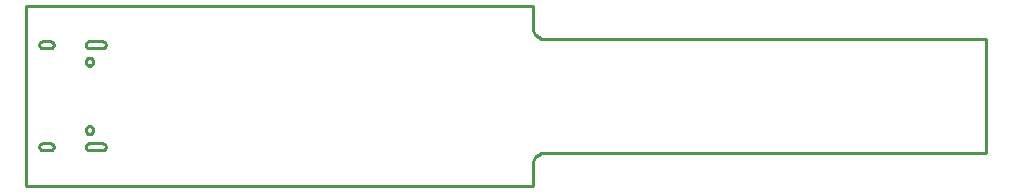
<source format=gbr>
G04 EAGLE Gerber RS-274X export*
G75*
%MOMM*%
%FSLAX34Y34*%
%LPD*%
%INGKO*%
%IPPOS*%
%AMOC8*
5,1,8,0,0,1.08239X$1,22.5*%
G01*
%ADD10C,0.254000*%


D10*
X7620Y-76200D02*
X436880Y-76200D01*
X436880Y-58420D01*
X436919Y-57535D01*
X437034Y-56656D01*
X437226Y-55790D01*
X437493Y-54945D01*
X437832Y-54126D01*
X438241Y-53340D01*
X438717Y-52592D01*
X439257Y-51889D01*
X439856Y-51236D01*
X440509Y-50637D01*
X441212Y-50097D01*
X441960Y-49621D01*
X442746Y-49212D01*
X443565Y-48873D01*
X444410Y-48606D01*
X445276Y-48414D01*
X446155Y-48299D01*
X447040Y-48260D01*
X820420Y-48260D01*
X820420Y48260D01*
X447040Y48260D01*
X446155Y48299D01*
X445276Y48414D01*
X444410Y48606D01*
X443565Y48873D01*
X442746Y49212D01*
X441960Y49621D01*
X441212Y50097D01*
X440509Y50637D01*
X439856Y51236D01*
X439257Y51889D01*
X438717Y52592D01*
X438241Y53340D01*
X437832Y54126D01*
X437493Y54945D01*
X437226Y55790D01*
X437034Y56656D01*
X436919Y57535D01*
X436880Y58420D01*
X436880Y76200D01*
X7620Y76200D01*
X7620Y-76200D01*
X61550Y-46200D02*
X72550Y-46200D01*
X72811Y-46189D01*
X73071Y-46154D01*
X73326Y-46098D01*
X73576Y-46019D01*
X73818Y-45919D01*
X74050Y-45798D01*
X74271Y-45657D01*
X74478Y-45498D01*
X74671Y-45321D01*
X74848Y-45128D01*
X75007Y-44921D01*
X75148Y-44700D01*
X75269Y-44468D01*
X75369Y-44226D01*
X75448Y-43976D01*
X75504Y-43721D01*
X75539Y-43461D01*
X75550Y-43200D01*
X75539Y-42939D01*
X75504Y-42679D01*
X75448Y-42424D01*
X75369Y-42174D01*
X75269Y-41932D01*
X75148Y-41700D01*
X75007Y-41479D01*
X74848Y-41272D01*
X74671Y-41079D01*
X74478Y-40902D01*
X74271Y-40743D01*
X74050Y-40602D01*
X73818Y-40481D01*
X73576Y-40381D01*
X73326Y-40302D01*
X73071Y-40246D01*
X72811Y-40211D01*
X72550Y-40200D01*
X61550Y-40200D01*
X61289Y-40211D01*
X61029Y-40246D01*
X60774Y-40302D01*
X60524Y-40381D01*
X60282Y-40481D01*
X60050Y-40602D01*
X59829Y-40743D01*
X59622Y-40902D01*
X59429Y-41079D01*
X59252Y-41272D01*
X59093Y-41479D01*
X58952Y-41700D01*
X58831Y-41932D01*
X58731Y-42174D01*
X58652Y-42424D01*
X58596Y-42679D01*
X58561Y-42939D01*
X58550Y-43200D01*
X58561Y-43461D01*
X58596Y-43721D01*
X58652Y-43976D01*
X58731Y-44226D01*
X58831Y-44468D01*
X58952Y-44700D01*
X59093Y-44921D01*
X59252Y-45128D01*
X59429Y-45321D01*
X59622Y-45498D01*
X59829Y-45657D01*
X60050Y-45798D01*
X60282Y-45919D01*
X60524Y-46019D01*
X60774Y-46098D01*
X61029Y-46154D01*
X61289Y-46189D01*
X61550Y-46200D01*
X22200Y-46200D02*
X28400Y-46200D01*
X28661Y-46189D01*
X28921Y-46154D01*
X29176Y-46098D01*
X29426Y-46019D01*
X29668Y-45919D01*
X29900Y-45798D01*
X30121Y-45657D01*
X30328Y-45498D01*
X30521Y-45321D01*
X30698Y-45128D01*
X30857Y-44921D01*
X30998Y-44700D01*
X31119Y-44468D01*
X31219Y-44226D01*
X31298Y-43976D01*
X31354Y-43721D01*
X31389Y-43461D01*
X31400Y-43200D01*
X31389Y-42939D01*
X31354Y-42679D01*
X31298Y-42424D01*
X31219Y-42174D01*
X31119Y-41932D01*
X30998Y-41700D01*
X30857Y-41479D01*
X30698Y-41272D01*
X30521Y-41079D01*
X30328Y-40902D01*
X30121Y-40743D01*
X29900Y-40602D01*
X29668Y-40481D01*
X29426Y-40381D01*
X29176Y-40302D01*
X28921Y-40246D01*
X28661Y-40211D01*
X28400Y-40200D01*
X22200Y-40200D01*
X21939Y-40211D01*
X21679Y-40246D01*
X21424Y-40302D01*
X21174Y-40381D01*
X20932Y-40481D01*
X20700Y-40602D01*
X20479Y-40743D01*
X20272Y-40902D01*
X20079Y-41079D01*
X19902Y-41272D01*
X19743Y-41479D01*
X19602Y-41700D01*
X19481Y-41932D01*
X19381Y-42174D01*
X19302Y-42424D01*
X19246Y-42679D01*
X19211Y-42939D01*
X19200Y-43200D01*
X19211Y-43461D01*
X19246Y-43721D01*
X19302Y-43976D01*
X19381Y-44226D01*
X19481Y-44468D01*
X19602Y-44700D01*
X19743Y-44921D01*
X19902Y-45128D01*
X20079Y-45321D01*
X20272Y-45498D01*
X20479Y-45657D01*
X20700Y-45798D01*
X20932Y-45919D01*
X21174Y-46019D01*
X21424Y-46098D01*
X21679Y-46154D01*
X21939Y-46189D01*
X22200Y-46200D01*
X22200Y40200D02*
X28400Y40200D01*
X28661Y40211D01*
X28921Y40246D01*
X29176Y40302D01*
X29426Y40381D01*
X29668Y40481D01*
X29900Y40602D01*
X30121Y40743D01*
X30328Y40902D01*
X30521Y41079D01*
X30698Y41272D01*
X30857Y41479D01*
X30998Y41700D01*
X31119Y41932D01*
X31219Y42174D01*
X31298Y42424D01*
X31354Y42679D01*
X31389Y42939D01*
X31400Y43200D01*
X31389Y43461D01*
X31354Y43721D01*
X31298Y43976D01*
X31219Y44226D01*
X31119Y44468D01*
X30998Y44700D01*
X30857Y44921D01*
X30698Y45128D01*
X30521Y45321D01*
X30328Y45498D01*
X30121Y45657D01*
X29900Y45798D01*
X29668Y45919D01*
X29426Y46019D01*
X29176Y46098D01*
X28921Y46154D01*
X28661Y46189D01*
X28400Y46200D01*
X22200Y46200D01*
X21939Y46189D01*
X21679Y46154D01*
X21424Y46098D01*
X21174Y46019D01*
X20932Y45919D01*
X20700Y45798D01*
X20479Y45657D01*
X20272Y45498D01*
X20079Y45321D01*
X19902Y45128D01*
X19743Y44921D01*
X19602Y44700D01*
X19481Y44468D01*
X19381Y44226D01*
X19302Y43976D01*
X19246Y43721D01*
X19211Y43461D01*
X19200Y43200D01*
X19211Y42939D01*
X19246Y42679D01*
X19302Y42424D01*
X19381Y42174D01*
X19481Y41932D01*
X19602Y41700D01*
X19743Y41479D01*
X19902Y41272D01*
X20079Y41079D01*
X20272Y40902D01*
X20479Y40743D01*
X20700Y40602D01*
X20932Y40481D01*
X21174Y40381D01*
X21424Y40302D01*
X21679Y40246D01*
X21939Y40211D01*
X22200Y40200D01*
X61550Y40200D02*
X72550Y40200D01*
X72811Y40211D01*
X73071Y40246D01*
X73326Y40302D01*
X73576Y40381D01*
X73818Y40481D01*
X74050Y40602D01*
X74271Y40743D01*
X74478Y40902D01*
X74671Y41079D01*
X74848Y41272D01*
X75007Y41479D01*
X75148Y41700D01*
X75269Y41932D01*
X75369Y42174D01*
X75448Y42424D01*
X75504Y42679D01*
X75539Y42939D01*
X75550Y43200D01*
X75539Y43461D01*
X75504Y43721D01*
X75448Y43976D01*
X75369Y44226D01*
X75269Y44468D01*
X75148Y44700D01*
X75007Y44921D01*
X74848Y45128D01*
X74671Y45321D01*
X74478Y45498D01*
X74271Y45657D01*
X74050Y45798D01*
X73818Y45919D01*
X73576Y46019D01*
X73326Y46098D01*
X73071Y46154D01*
X72811Y46189D01*
X72550Y46200D01*
X61550Y46200D01*
X61289Y46189D01*
X61029Y46154D01*
X60774Y46098D01*
X60524Y46019D01*
X60282Y45919D01*
X60050Y45798D01*
X59829Y45657D01*
X59622Y45498D01*
X59429Y45321D01*
X59252Y45128D01*
X59093Y44921D01*
X58952Y44700D01*
X58831Y44468D01*
X58731Y44226D01*
X58652Y43976D01*
X58596Y43721D01*
X58561Y43461D01*
X58550Y43200D01*
X58561Y42939D01*
X58596Y42679D01*
X58652Y42424D01*
X58731Y42174D01*
X58831Y41932D01*
X58952Y41700D01*
X59093Y41479D01*
X59252Y41272D01*
X59429Y41079D01*
X59622Y40902D01*
X59829Y40743D01*
X60050Y40602D01*
X60282Y40481D01*
X60524Y40381D01*
X60774Y40302D01*
X61029Y40246D01*
X61289Y40211D01*
X61550Y40200D01*
X61550Y-46200D02*
X72550Y-46200D01*
X72811Y-46189D01*
X73071Y-46154D01*
X73326Y-46098D01*
X73576Y-46019D01*
X73818Y-45919D01*
X74050Y-45798D01*
X74271Y-45657D01*
X74478Y-45498D01*
X74671Y-45321D01*
X74848Y-45128D01*
X75007Y-44921D01*
X75148Y-44700D01*
X75269Y-44468D01*
X75369Y-44226D01*
X75448Y-43976D01*
X75504Y-43721D01*
X75539Y-43461D01*
X75550Y-43200D01*
X75539Y-42939D01*
X75504Y-42679D01*
X75448Y-42424D01*
X75369Y-42174D01*
X75269Y-41932D01*
X75148Y-41700D01*
X75007Y-41479D01*
X74848Y-41272D01*
X74671Y-41079D01*
X74478Y-40902D01*
X74271Y-40743D01*
X74050Y-40602D01*
X73818Y-40481D01*
X73576Y-40381D01*
X73326Y-40302D01*
X73071Y-40246D01*
X72811Y-40211D01*
X72550Y-40200D01*
X61550Y-40200D01*
X61289Y-40211D01*
X61029Y-40246D01*
X60774Y-40302D01*
X60524Y-40381D01*
X60282Y-40481D01*
X60050Y-40602D01*
X59829Y-40743D01*
X59622Y-40902D01*
X59429Y-41079D01*
X59252Y-41272D01*
X59093Y-41479D01*
X58952Y-41700D01*
X58831Y-41932D01*
X58731Y-42174D01*
X58652Y-42424D01*
X58596Y-42679D01*
X58561Y-42939D01*
X58550Y-43200D01*
X58561Y-43461D01*
X58596Y-43721D01*
X58652Y-43976D01*
X58731Y-44226D01*
X58831Y-44468D01*
X58952Y-44700D01*
X59093Y-44921D01*
X59252Y-45128D01*
X59429Y-45321D01*
X59622Y-45498D01*
X59829Y-45657D01*
X60050Y-45798D01*
X60282Y-45919D01*
X60524Y-46019D01*
X60774Y-46098D01*
X61029Y-46154D01*
X61289Y-46189D01*
X61550Y-46200D01*
X22200Y-46200D02*
X28400Y-46200D01*
X28661Y-46189D01*
X28921Y-46154D01*
X29176Y-46098D01*
X29426Y-46019D01*
X29668Y-45919D01*
X29900Y-45798D01*
X30121Y-45657D01*
X30328Y-45498D01*
X30521Y-45321D01*
X30698Y-45128D01*
X30857Y-44921D01*
X30998Y-44700D01*
X31119Y-44468D01*
X31219Y-44226D01*
X31298Y-43976D01*
X31354Y-43721D01*
X31389Y-43461D01*
X31400Y-43200D01*
X31389Y-42939D01*
X31354Y-42679D01*
X31298Y-42424D01*
X31219Y-42174D01*
X31119Y-41932D01*
X30998Y-41700D01*
X30857Y-41479D01*
X30698Y-41272D01*
X30521Y-41079D01*
X30328Y-40902D01*
X30121Y-40743D01*
X29900Y-40602D01*
X29668Y-40481D01*
X29426Y-40381D01*
X29176Y-40302D01*
X28921Y-40246D01*
X28661Y-40211D01*
X28400Y-40200D01*
X22200Y-40200D01*
X21939Y-40211D01*
X21679Y-40246D01*
X21424Y-40302D01*
X21174Y-40381D01*
X20932Y-40481D01*
X20700Y-40602D01*
X20479Y-40743D01*
X20272Y-40902D01*
X20079Y-41079D01*
X19902Y-41272D01*
X19743Y-41479D01*
X19602Y-41700D01*
X19481Y-41932D01*
X19381Y-42174D01*
X19302Y-42424D01*
X19246Y-42679D01*
X19211Y-42939D01*
X19200Y-43200D01*
X19211Y-43461D01*
X19246Y-43721D01*
X19302Y-43976D01*
X19381Y-44226D01*
X19481Y-44468D01*
X19602Y-44700D01*
X19743Y-44921D01*
X19902Y-45128D01*
X20079Y-45321D01*
X20272Y-45498D01*
X20479Y-45657D01*
X20700Y-45798D01*
X20932Y-45919D01*
X21174Y-46019D01*
X21424Y-46098D01*
X21679Y-46154D01*
X21939Y-46189D01*
X22200Y-46200D01*
X61550Y40200D02*
X72550Y40200D01*
X72811Y40211D01*
X73071Y40246D01*
X73326Y40302D01*
X73576Y40381D01*
X73818Y40481D01*
X74050Y40602D01*
X74271Y40743D01*
X74478Y40902D01*
X74671Y41079D01*
X74848Y41272D01*
X75007Y41479D01*
X75148Y41700D01*
X75269Y41932D01*
X75369Y42174D01*
X75448Y42424D01*
X75504Y42679D01*
X75539Y42939D01*
X75550Y43200D01*
X75539Y43461D01*
X75504Y43721D01*
X75448Y43976D01*
X75369Y44226D01*
X75269Y44468D01*
X75148Y44700D01*
X75007Y44921D01*
X74848Y45128D01*
X74671Y45321D01*
X74478Y45498D01*
X74271Y45657D01*
X74050Y45798D01*
X73818Y45919D01*
X73576Y46019D01*
X73326Y46098D01*
X73071Y46154D01*
X72811Y46189D01*
X72550Y46200D01*
X61550Y46200D01*
X61289Y46189D01*
X61029Y46154D01*
X60774Y46098D01*
X60524Y46019D01*
X60282Y45919D01*
X60050Y45798D01*
X59829Y45657D01*
X59622Y45498D01*
X59429Y45321D01*
X59252Y45128D01*
X59093Y44921D01*
X58952Y44700D01*
X58831Y44468D01*
X58731Y44226D01*
X58652Y43976D01*
X58596Y43721D01*
X58561Y43461D01*
X58550Y43200D01*
X58561Y42939D01*
X58596Y42679D01*
X58652Y42424D01*
X58731Y42174D01*
X58831Y41932D01*
X58952Y41700D01*
X59093Y41479D01*
X59252Y41272D01*
X59429Y41079D01*
X59622Y40902D01*
X59829Y40743D01*
X60050Y40602D01*
X60282Y40481D01*
X60524Y40381D01*
X60774Y40302D01*
X61029Y40246D01*
X61289Y40211D01*
X61550Y40200D01*
X22200Y40200D02*
X28400Y40200D01*
X28661Y40211D01*
X28921Y40246D01*
X29176Y40302D01*
X29426Y40381D01*
X29668Y40481D01*
X29900Y40602D01*
X30121Y40743D01*
X30328Y40902D01*
X30521Y41079D01*
X30698Y41272D01*
X30857Y41479D01*
X30998Y41700D01*
X31119Y41932D01*
X31219Y42174D01*
X31298Y42424D01*
X31354Y42679D01*
X31389Y42939D01*
X31400Y43200D01*
X31389Y43461D01*
X31354Y43721D01*
X31298Y43976D01*
X31219Y44226D01*
X31119Y44468D01*
X30998Y44700D01*
X30857Y44921D01*
X30698Y45128D01*
X30521Y45321D01*
X30328Y45498D01*
X30121Y45657D01*
X29900Y45798D01*
X29668Y45919D01*
X29426Y46019D01*
X29176Y46098D01*
X28921Y46154D01*
X28661Y46189D01*
X28400Y46200D01*
X22200Y46200D01*
X21939Y46189D01*
X21679Y46154D01*
X21424Y46098D01*
X21174Y46019D01*
X20932Y45919D01*
X20700Y45798D01*
X20479Y45657D01*
X20272Y45498D01*
X20079Y45321D01*
X19902Y45128D01*
X19743Y44921D01*
X19602Y44700D01*
X19481Y44468D01*
X19381Y44226D01*
X19302Y43976D01*
X19246Y43721D01*
X19211Y43461D01*
X19200Y43200D01*
X19211Y42939D01*
X19246Y42679D01*
X19302Y42424D01*
X19381Y42174D01*
X19481Y41932D01*
X19602Y41700D01*
X19743Y41479D01*
X19902Y41272D01*
X20079Y41079D01*
X20272Y40902D01*
X20479Y40743D01*
X20700Y40602D01*
X20932Y40481D01*
X21174Y40381D01*
X21424Y40302D01*
X21679Y40246D01*
X21939Y40211D01*
X22200Y40200D01*
X61537Y25650D02*
X61115Y25706D01*
X60703Y25816D01*
X60309Y25979D01*
X59941Y26192D01*
X59603Y26451D01*
X59301Y26753D01*
X59042Y27091D01*
X58829Y27459D01*
X58666Y27853D01*
X58556Y28265D01*
X58500Y28687D01*
X58500Y29113D01*
X58556Y29535D01*
X58666Y29947D01*
X58829Y30341D01*
X59042Y30709D01*
X59301Y31047D01*
X59603Y31349D01*
X59941Y31608D01*
X60309Y31821D01*
X60703Y31984D01*
X61115Y32094D01*
X61537Y32150D01*
X61963Y32150D01*
X62385Y32094D01*
X62797Y31984D01*
X63191Y31821D01*
X63559Y31608D01*
X63897Y31349D01*
X64199Y31047D01*
X64458Y30709D01*
X64671Y30341D01*
X64834Y29947D01*
X64944Y29535D01*
X65000Y29113D01*
X65000Y28687D01*
X64944Y28265D01*
X64834Y27853D01*
X64671Y27459D01*
X64458Y27091D01*
X64199Y26753D01*
X63897Y26451D01*
X63559Y26192D01*
X63191Y25979D01*
X62797Y25816D01*
X62385Y25706D01*
X61963Y25650D01*
X61537Y25650D01*
X61537Y-32150D02*
X61115Y-32094D01*
X60703Y-31984D01*
X60309Y-31821D01*
X59941Y-31608D01*
X59603Y-31349D01*
X59301Y-31047D01*
X59042Y-30709D01*
X58829Y-30341D01*
X58666Y-29947D01*
X58556Y-29535D01*
X58500Y-29113D01*
X58500Y-28687D01*
X58556Y-28265D01*
X58666Y-27853D01*
X58829Y-27459D01*
X59042Y-27091D01*
X59301Y-26753D01*
X59603Y-26451D01*
X59941Y-26192D01*
X60309Y-25979D01*
X60703Y-25816D01*
X61115Y-25706D01*
X61537Y-25650D01*
X61963Y-25650D01*
X62385Y-25706D01*
X62797Y-25816D01*
X63191Y-25979D01*
X63559Y-26192D01*
X63897Y-26451D01*
X64199Y-26753D01*
X64458Y-27091D01*
X64671Y-27459D01*
X64834Y-27853D01*
X64944Y-28265D01*
X65000Y-28687D01*
X65000Y-29113D01*
X64944Y-29535D01*
X64834Y-29947D01*
X64671Y-30341D01*
X64458Y-30709D01*
X64199Y-31047D01*
X63897Y-31349D01*
X63559Y-31608D01*
X63191Y-31821D01*
X62797Y-31984D01*
X62385Y-32094D01*
X61963Y-32150D01*
X61537Y-32150D01*
M02*

</source>
